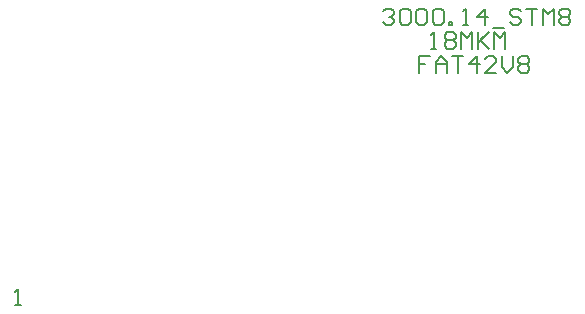
<source format=gto>
%FSLAX43Y43*%
%MOMM*%
G71*
G01*
G75*
%ADD10R,1.000X0.800*%
%ADD11R,0.800X1.000*%
%ADD12R,1.800X1.600*%
%ADD13R,2.000X6.000*%
%ADD14R,1.600X1.800*%
%ADD15R,1.300X0.850*%
%ADD16R,1.200X2.850*%
%ADD17O,2.000X1.000*%
%ADD18R,2.000X1.000*%
%ADD19C,0.125*%
%ADD20R,1.700X0.600*%
%ADD21R,1.700X0.600*%
%ADD22R,0.600X2.200*%
%ADD23R,0.600X2.200*%
%ADD24R,1.450X0.550*%
%ADD25R,1.450X0.550*%
%ADD26R,0.600X2.150*%
%ADD27R,0.600X2.150*%
%ADD28C,0.500*%
%ADD29C,0.400*%
%ADD30C,0.600*%
%ADD31C,1.000*%
%ADD32C,1.500*%
%ADD33C,2.000*%
%ADD34R,1.500X1.500*%
%ADD35R,1.300X1.300*%
%ADD36C,1.300*%
%ADD37C,4.000*%
%ADD38C,1.400*%
%ADD39R,1.400X1.400*%
%ADD40C,1.200*%
%ADD41C,0.300*%
%ADD42R,1.203X1.003*%
%ADD43R,1.003X1.203*%
%ADD44R,2.003X1.803*%
%ADD45R,2.203X6.203*%
%ADD46R,1.803X2.003*%
%ADD47R,1.503X1.053*%
%ADD48R,1.403X3.053*%
%ADD49O,2.203X1.203*%
%ADD50R,2.203X1.203*%
%ADD51R,1.903X0.803*%
%ADD52R,1.903X0.803*%
%ADD53R,0.803X2.403*%
%ADD54R,0.803X2.403*%
%ADD55R,1.653X0.753*%
%ADD56R,1.653X0.753*%
%ADD57R,0.803X2.353*%
%ADD58R,0.803X2.353*%
%ADD59C,1.703*%
%ADD60C,2.203*%
%ADD61R,1.703X1.703*%
%ADD62R,1.503X1.503*%
%ADD63C,1.503*%
%ADD64C,4.203*%
%ADD65C,1.603*%
%ADD66R,1.603X1.603*%
%ADD67C,1.403*%
%ADD68C,0.200*%
D68*
X33075Y34141D02*
X33308Y34375D01*
X33775D01*
X34008Y34141D01*
Y33908D01*
X33775Y33675D01*
X33542D01*
X33775D01*
X34008Y33442D01*
Y33208D01*
X33775Y32975D01*
X33308D01*
X33075Y33208D01*
X34475Y34141D02*
X34708Y34375D01*
X35174D01*
X35408Y34141D01*
Y33208D01*
X35174Y32975D01*
X34708D01*
X34475Y33208D01*
Y34141D01*
X35874D02*
X36107Y34375D01*
X36574D01*
X36807Y34141D01*
Y33208D01*
X36574Y32975D01*
X36107D01*
X35874Y33208D01*
Y34141D01*
X37274D02*
X37507Y34375D01*
X37973D01*
X38207Y34141D01*
Y33208D01*
X37973Y32975D01*
X37507D01*
X37274Y33208D01*
Y34141D01*
X38673Y32975D02*
Y33208D01*
X38906D01*
Y32975D01*
X38673D01*
X39839D02*
X40306D01*
X40073D01*
Y34375D01*
X39839Y34141D01*
X41706Y32975D02*
Y34375D01*
X41006Y33675D01*
X41939D01*
X42405Y32742D02*
X43338D01*
X44738Y34141D02*
X44505Y34375D01*
X44038D01*
X43805Y34141D01*
Y33908D01*
X44038Y33675D01*
X44505D01*
X44738Y33442D01*
Y33208D01*
X44505Y32975D01*
X44038D01*
X43805Y33208D01*
X45204Y34375D02*
X46137D01*
X45671D01*
Y32975D01*
X46604D02*
Y34375D01*
X47070Y33908D01*
X47537Y34375D01*
Y32975D01*
X48004Y34141D02*
X48237Y34375D01*
X48703D01*
X48937Y34141D01*
Y33908D01*
X48703Y33675D01*
X48937Y33442D01*
Y33208D01*
X48703Y32975D01*
X48237D01*
X48004Y33208D01*
Y33442D01*
X48237Y33675D01*
X48004Y33908D01*
Y34141D01*
X48237Y33675D02*
X48703D01*
X37125Y30975D02*
X37592D01*
X37358D01*
Y32375D01*
X37125Y32141D01*
X38291D02*
X38525Y32375D01*
X38991D01*
X39224Y32141D01*
Y31908D01*
X38991Y31675D01*
X39224Y31442D01*
Y31208D01*
X38991Y30975D01*
X38525D01*
X38291Y31208D01*
Y31442D01*
X38525Y31675D01*
X38291Y31908D01*
Y32141D01*
X38525Y31675D02*
X38991D01*
X39691Y30975D02*
Y32375D01*
X40157Y31908D01*
X40624Y32375D01*
Y30975D01*
X41090Y32375D02*
Y30975D01*
Y31442D01*
X42023Y32375D01*
X41324Y31675D01*
X42023Y30975D01*
X42490D02*
Y32375D01*
X42956Y31908D01*
X43423Y32375D01*
Y30975D01*
X1925Y9250D02*
X2392D01*
X2158D01*
Y10650D01*
X1925Y10416D01*
X37058Y30350D02*
X36125D01*
Y29650D01*
X36592D01*
X36125D01*
Y28950D01*
X37525D02*
Y29883D01*
X37991Y30350D01*
X38458Y29883D01*
Y28950D01*
Y29650D01*
X37525D01*
X38924Y30350D02*
X39857D01*
X39391D01*
Y28950D01*
X41023D02*
Y30350D01*
X40324Y29650D01*
X41257D01*
X42656Y28950D02*
X41723D01*
X42656Y29883D01*
Y30116D01*
X42423Y30350D01*
X41956D01*
X41723Y30116D01*
X43123Y30350D02*
Y29417D01*
X43589Y28950D01*
X44056Y29417D01*
Y30350D01*
X44522Y30116D02*
X44756Y30350D01*
X45222D01*
X45455Y30116D01*
Y29883D01*
X45222Y29650D01*
X45455Y29417D01*
Y29183D01*
X45222Y28950D01*
X44756D01*
X44522Y29183D01*
Y29417D01*
X44756Y29650D01*
X44522Y29883D01*
Y30116D01*
X44756Y29650D02*
X45222D01*
M02*

</source>
